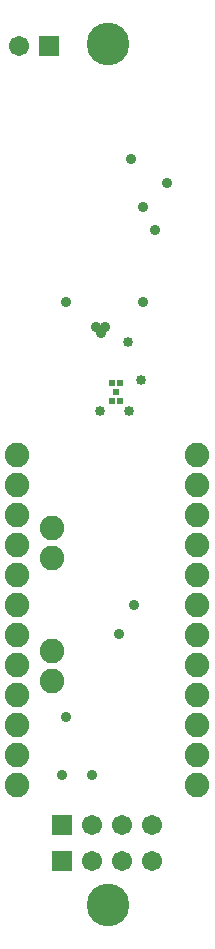
<source format=gbs>
G04 Layer_Color=16711935*
%FSLAX24Y24*%
%MOIN*%
G70*
G01*
G75*
%ADD47C,0.0820*%
%ADD48R,0.0671X0.0671*%
%ADD49C,0.0671*%
%ADD50C,0.1419*%
%ADD51C,0.0237*%
%ADD52C,0.0356*%
%ADD53C,0.0336*%
D47*
X7126Y15984D02*
D03*
Y14984D02*
D03*
Y13984D02*
D03*
Y12984D02*
D03*
Y11984D02*
D03*
Y10984D02*
D03*
Y9984D02*
D03*
Y8984D02*
D03*
Y7984D02*
D03*
Y6984D02*
D03*
Y5984D02*
D03*
Y4984D02*
D03*
X1126D02*
D03*
Y5984D02*
D03*
Y6984D02*
D03*
Y7984D02*
D03*
Y8984D02*
D03*
Y9984D02*
D03*
Y10984D02*
D03*
Y11984D02*
D03*
Y12984D02*
D03*
Y13984D02*
D03*
Y14984D02*
D03*
Y15984D02*
D03*
X2276Y13534D02*
D03*
Y12534D02*
D03*
Y9434D02*
D03*
Y8434D02*
D03*
D48*
X2598Y2441D02*
D03*
X2165Y29606D02*
D03*
X2598Y3622D02*
D03*
D49*
X3598Y2441D02*
D03*
X4598D02*
D03*
X5598D02*
D03*
X1165Y29606D02*
D03*
X3598Y3622D02*
D03*
X4598D02*
D03*
X5598D02*
D03*
D50*
X4134Y965D02*
D03*
Y29665D02*
D03*
D51*
X4547Y18366D02*
D03*
Y17776D02*
D03*
X4272D02*
D03*
Y18366D02*
D03*
X4409Y18071D02*
D03*
D52*
X2756Y21063D02*
D03*
X5315D02*
D03*
X3898Y20039D02*
D03*
X4055Y20236D02*
D03*
X3740D02*
D03*
X2746Y7234D02*
D03*
X3622Y5315D02*
D03*
X2598D02*
D03*
X5709Y23465D02*
D03*
X5315Y24252D02*
D03*
X6102Y25039D02*
D03*
X4921Y25827D02*
D03*
X4528Y10000D02*
D03*
X5020Y10984D02*
D03*
D53*
X4819Y19731D02*
D03*
X5236Y18465D02*
D03*
X4858Y17447D02*
D03*
X3874D02*
D03*
M02*

</source>
